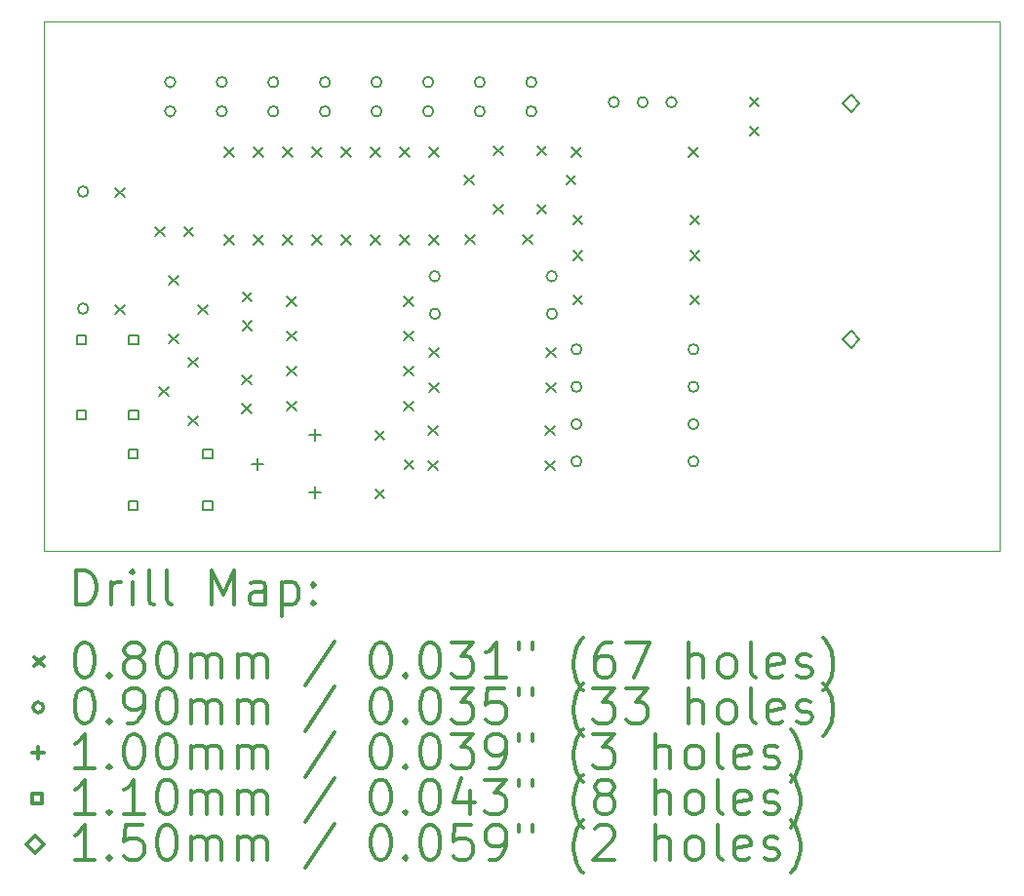
<source format=gbr>
%FSLAX45Y45*%
G04 Gerber Fmt 4.5, Leading zero omitted, Abs format (unit mm)*
G04 Created by KiCad (PCBNEW 5.1.4+dfsg1-1~bpo10+1) date 2023-05-09 01:13:12*
%MOMM*%
%LPD*%
G04 APERTURE LIST*
%ADD10C,0.050000*%
%ADD11C,0.200000*%
%ADD12C,0.300000*%
G04 APERTURE END LIST*
D10*
X18800000Y-11600000D02*
X18800000Y-7000000D01*
X10500000Y-11600000D02*
X18800000Y-11600000D01*
X10500000Y-7000000D02*
X10500000Y-11600000D01*
X18800000Y-7000000D02*
X10500000Y-7000000D01*
D11*
X11122000Y-8450000D02*
X11202000Y-8530000D01*
X11202000Y-8450000D02*
X11122000Y-8530000D01*
X11122000Y-9466000D02*
X11202000Y-9546000D01*
X11202000Y-9466000D02*
X11122000Y-9546000D01*
X13841000Y-10819000D02*
X13921000Y-10899000D01*
X13921000Y-10819000D02*
X13841000Y-10899000D01*
X14857000Y-10819000D02*
X14937000Y-10899000D01*
X14937000Y-10819000D02*
X14857000Y-10899000D01*
X13847000Y-10142000D02*
X13927000Y-10222000D01*
X13927000Y-10142000D02*
X13847000Y-10222000D01*
X14863000Y-10142000D02*
X14943000Y-10222000D01*
X14943000Y-10142000D02*
X14863000Y-10222000D01*
X14161000Y-8855000D02*
X14241000Y-8935000D01*
X14241000Y-8855000D02*
X14161000Y-8935000D01*
X14661000Y-8855000D02*
X14741000Y-8935000D01*
X14741000Y-8855000D02*
X14661000Y-8935000D01*
X14785000Y-8082000D02*
X14865000Y-8162000D01*
X14865000Y-8082000D02*
X14785000Y-8162000D01*
X14785000Y-8590000D02*
X14865000Y-8670000D01*
X14865000Y-8590000D02*
X14785000Y-8670000D01*
X15039000Y-8336000D02*
X15119000Y-8416000D01*
X15119000Y-8336000D02*
X15039000Y-8416000D01*
X15096000Y-8993000D02*
X15176000Y-9073000D01*
X15176000Y-8993000D02*
X15096000Y-9073000D01*
X16112000Y-8993000D02*
X16192000Y-9073000D01*
X16192000Y-8993000D02*
X16112000Y-9073000D01*
X12613000Y-9694667D02*
X12693000Y-9774667D01*
X12693000Y-9694667D02*
X12613000Y-9774667D01*
X13629000Y-9694667D02*
X13709000Y-9774667D01*
X13709000Y-9694667D02*
X13629000Y-9774667D01*
X12221000Y-10072000D02*
X12301000Y-10152000D01*
X12301000Y-10072000D02*
X12221000Y-10152000D01*
X12221000Y-10322000D02*
X12301000Y-10402000D01*
X12301000Y-10322000D02*
X12221000Y-10402000D01*
X11503000Y-10176000D02*
X11583000Y-10256000D01*
X11583000Y-10176000D02*
X11503000Y-10256000D01*
X11757000Y-9922000D02*
X11837000Y-10002000D01*
X11837000Y-9922000D02*
X11757000Y-10002000D01*
X11757000Y-10430000D02*
X11837000Y-10510000D01*
X11837000Y-10430000D02*
X11757000Y-10510000D01*
X15084000Y-8097000D02*
X15164000Y-8177000D01*
X15164000Y-8097000D02*
X15084000Y-8177000D01*
X16100000Y-8097000D02*
X16180000Y-8177000D01*
X16180000Y-8097000D02*
X16100000Y-8177000D01*
X13379000Y-10558000D02*
X13459000Y-10638000D01*
X13459000Y-10558000D02*
X13379000Y-10638000D01*
X13379000Y-11066000D02*
X13459000Y-11146000D01*
X13459000Y-11066000D02*
X13379000Y-11146000D01*
X13633000Y-10812000D02*
X13713000Y-10892000D01*
X13713000Y-10812000D02*
X13633000Y-10892000D01*
X15095000Y-9379000D02*
X15175000Y-9459000D01*
X15175000Y-9379000D02*
X15095000Y-9459000D01*
X16111000Y-9379000D02*
X16191000Y-9459000D01*
X16191000Y-9379000D02*
X16111000Y-9459000D01*
X14155000Y-8340000D02*
X14235000Y-8420000D01*
X14235000Y-8340000D02*
X14155000Y-8420000D01*
X14409000Y-8086000D02*
X14489000Y-8166000D01*
X14489000Y-8086000D02*
X14409000Y-8166000D01*
X14409000Y-8594000D02*
X14489000Y-8674000D01*
X14489000Y-8594000D02*
X14409000Y-8674000D01*
X11469000Y-8786000D02*
X11549000Y-8866000D01*
X11549000Y-8786000D02*
X11469000Y-8866000D01*
X11719000Y-8786000D02*
X11799000Y-8866000D01*
X11799000Y-8786000D02*
X11719000Y-8866000D01*
X12613000Y-9391000D02*
X12693000Y-9471000D01*
X12693000Y-9391000D02*
X12613000Y-9471000D01*
X13629000Y-9391000D02*
X13709000Y-9471000D01*
X13709000Y-9391000D02*
X13629000Y-9471000D01*
X11587000Y-9211000D02*
X11667000Y-9291000D01*
X11667000Y-9211000D02*
X11587000Y-9291000D01*
X11587000Y-9719000D02*
X11667000Y-9799000D01*
X11667000Y-9719000D02*
X11587000Y-9799000D01*
X11841000Y-9465000D02*
X11921000Y-9545000D01*
X11921000Y-9465000D02*
X11841000Y-9545000D01*
X13847000Y-9839000D02*
X13927000Y-9919000D01*
X13927000Y-9839000D02*
X13847000Y-9919000D01*
X14863000Y-9839000D02*
X14943000Y-9919000D01*
X14943000Y-9839000D02*
X14863000Y-9919000D01*
X16629000Y-7663000D02*
X16709000Y-7743000D01*
X16709000Y-7663000D02*
X16629000Y-7743000D01*
X16629000Y-7913000D02*
X16709000Y-7993000D01*
X16709000Y-7913000D02*
X16629000Y-7993000D01*
X12613000Y-9998333D02*
X12693000Y-10078333D01*
X12693000Y-9998333D02*
X12613000Y-10078333D01*
X13629000Y-9998333D02*
X13709000Y-10078333D01*
X13709000Y-9998333D02*
X13629000Y-10078333D01*
X13841000Y-10516000D02*
X13921000Y-10596000D01*
X13921000Y-10516000D02*
X13841000Y-10596000D01*
X14857000Y-10516000D02*
X14937000Y-10596000D01*
X14937000Y-10516000D02*
X14857000Y-10596000D01*
X12226000Y-9353000D02*
X12306000Y-9433000D01*
X12306000Y-9353000D02*
X12226000Y-9433000D01*
X12226000Y-9603000D02*
X12306000Y-9683000D01*
X12306000Y-9603000D02*
X12226000Y-9683000D01*
X15096000Y-8687000D02*
X15176000Y-8767000D01*
X15176000Y-8687000D02*
X15096000Y-8767000D01*
X16112000Y-8687000D02*
X16192000Y-8767000D01*
X16192000Y-8687000D02*
X16112000Y-8767000D01*
X12613000Y-10302000D02*
X12693000Y-10382000D01*
X12693000Y-10302000D02*
X12613000Y-10382000D01*
X13629000Y-10302000D02*
X13709000Y-10382000D01*
X13709000Y-10302000D02*
X13629000Y-10382000D01*
X12069000Y-8096000D02*
X12149000Y-8176000D01*
X12149000Y-8096000D02*
X12069000Y-8176000D01*
X12069000Y-8858000D02*
X12149000Y-8938000D01*
X12149000Y-8858000D02*
X12069000Y-8938000D01*
X12323000Y-8096000D02*
X12403000Y-8176000D01*
X12403000Y-8096000D02*
X12323000Y-8176000D01*
X12323000Y-8858000D02*
X12403000Y-8938000D01*
X12403000Y-8858000D02*
X12323000Y-8938000D01*
X12577000Y-8096000D02*
X12657000Y-8176000D01*
X12657000Y-8096000D02*
X12577000Y-8176000D01*
X12577000Y-8858000D02*
X12657000Y-8938000D01*
X12657000Y-8858000D02*
X12577000Y-8938000D01*
X12831000Y-8096000D02*
X12911000Y-8176000D01*
X12911000Y-8096000D02*
X12831000Y-8176000D01*
X12831000Y-8858000D02*
X12911000Y-8938000D01*
X12911000Y-8858000D02*
X12831000Y-8938000D01*
X13085000Y-8096000D02*
X13165000Y-8176000D01*
X13165000Y-8096000D02*
X13085000Y-8176000D01*
X13085000Y-8858000D02*
X13165000Y-8938000D01*
X13165000Y-8858000D02*
X13085000Y-8938000D01*
X13339000Y-8096000D02*
X13419000Y-8176000D01*
X13419000Y-8096000D02*
X13339000Y-8176000D01*
X13339000Y-8858000D02*
X13419000Y-8938000D01*
X13419000Y-8858000D02*
X13339000Y-8938000D01*
X13593000Y-8096000D02*
X13673000Y-8176000D01*
X13673000Y-8096000D02*
X13593000Y-8176000D01*
X13593000Y-8858000D02*
X13673000Y-8938000D01*
X13673000Y-8858000D02*
X13593000Y-8938000D01*
X13847000Y-8096000D02*
X13927000Y-8176000D01*
X13927000Y-8096000D02*
X13847000Y-8176000D01*
X13847000Y-8858000D02*
X13927000Y-8938000D01*
X13927000Y-8858000D02*
X13847000Y-8938000D01*
X13941000Y-9541000D02*
G75*
G03X13941000Y-9541000I-45000J0D01*
G01*
X14957000Y-9541000D02*
G75*
G03X14957000Y-9541000I-45000J0D01*
G01*
X13939000Y-9215000D02*
G75*
G03X13939000Y-9215000I-45000J0D01*
G01*
X14955000Y-9215000D02*
G75*
G03X14955000Y-9215000I-45000J0D01*
G01*
X15170000Y-10498667D02*
G75*
G03X15170000Y-10498667I-45000J0D01*
G01*
X16186000Y-10498667D02*
G75*
G03X16186000Y-10498667I-45000J0D01*
G01*
X12986572Y-7529000D02*
G75*
G03X12986572Y-7529000I-45000J0D01*
G01*
X12986572Y-7783000D02*
G75*
G03X12986572Y-7783000I-45000J0D01*
G01*
X15170000Y-10174333D02*
G75*
G03X15170000Y-10174333I-45000J0D01*
G01*
X16186000Y-10174333D02*
G75*
G03X16186000Y-10174333I-45000J0D01*
G01*
X11643000Y-7529000D02*
G75*
G03X11643000Y-7529000I-45000J0D01*
G01*
X11643000Y-7783000D02*
G75*
G03X11643000Y-7783000I-45000J0D01*
G01*
X12538714Y-7529000D02*
G75*
G03X12538714Y-7529000I-45000J0D01*
G01*
X12538714Y-7783000D02*
G75*
G03X12538714Y-7783000I-45000J0D01*
G01*
X10886000Y-8480000D02*
G75*
G03X10886000Y-8480000I-45000J0D01*
G01*
X10886000Y-9496000D02*
G75*
G03X10886000Y-9496000I-45000J0D01*
G01*
X14778000Y-7529000D02*
G75*
G03X14778000Y-7529000I-45000J0D01*
G01*
X14778000Y-7783000D02*
G75*
G03X14778000Y-7783000I-45000J0D01*
G01*
X15170000Y-9850000D02*
G75*
G03X15170000Y-9850000I-45000J0D01*
G01*
X16186000Y-9850000D02*
G75*
G03X16186000Y-9850000I-45000J0D01*
G01*
X13434429Y-7529000D02*
G75*
G03X13434429Y-7529000I-45000J0D01*
G01*
X13434429Y-7783000D02*
G75*
G03X13434429Y-7783000I-45000J0D01*
G01*
X12090857Y-7529000D02*
G75*
G03X12090857Y-7529000I-45000J0D01*
G01*
X12090857Y-7783000D02*
G75*
G03X12090857Y-7783000I-45000J0D01*
G01*
X15170000Y-10823000D02*
G75*
G03X15170000Y-10823000I-45000J0D01*
G01*
X16186000Y-10823000D02*
G75*
G03X16186000Y-10823000I-45000J0D01*
G01*
X15495000Y-7703000D02*
G75*
G03X15495000Y-7703000I-45000J0D01*
G01*
X15745000Y-7703000D02*
G75*
G03X15745000Y-7703000I-45000J0D01*
G01*
X15995000Y-7703000D02*
G75*
G03X15995000Y-7703000I-45000J0D01*
G01*
X14330143Y-7529000D02*
G75*
G03X14330143Y-7529000I-45000J0D01*
G01*
X14330143Y-7783000D02*
G75*
G03X14330143Y-7783000I-45000J0D01*
G01*
X13882286Y-7529000D02*
G75*
G03X13882286Y-7529000I-45000J0D01*
G01*
X13882286Y-7783000D02*
G75*
G03X13882286Y-7783000I-45000J0D01*
G01*
X12358000Y-10794000D02*
X12358000Y-10894000D01*
X12308000Y-10844000D02*
X12408000Y-10844000D01*
X12858000Y-10544000D02*
X12858000Y-10644000D01*
X12808000Y-10594000D02*
X12908000Y-10594000D01*
X12858000Y-11044000D02*
X12858000Y-11144000D01*
X12808000Y-11094000D02*
X12908000Y-11094000D01*
X11312891Y-10797891D02*
X11312891Y-10720109D01*
X11235109Y-10720109D01*
X11235109Y-10797891D01*
X11312891Y-10797891D01*
X11312891Y-11247891D02*
X11312891Y-11170109D01*
X11235109Y-11170109D01*
X11235109Y-11247891D01*
X11312891Y-11247891D01*
X11962891Y-10797891D02*
X11962891Y-10720109D01*
X11885109Y-10720109D01*
X11885109Y-10797891D01*
X11962891Y-10797891D01*
X11962891Y-11247891D02*
X11962891Y-11170109D01*
X11885109Y-11170109D01*
X11885109Y-11247891D01*
X11962891Y-11247891D01*
X10869891Y-9808891D02*
X10869891Y-9731109D01*
X10792109Y-9731109D01*
X10792109Y-9808891D01*
X10869891Y-9808891D01*
X10869891Y-10458891D02*
X10869891Y-10381109D01*
X10792109Y-10381109D01*
X10792109Y-10458891D01*
X10869891Y-10458891D01*
X11319891Y-9808891D02*
X11319891Y-9731109D01*
X11242109Y-9731109D01*
X11242109Y-9808891D01*
X11319891Y-9808891D01*
X11319891Y-10458891D02*
X11319891Y-10381109D01*
X11242109Y-10381109D01*
X11242109Y-10458891D01*
X11319891Y-10458891D01*
X17509017Y-7787500D02*
X17584017Y-7712500D01*
X17509017Y-7637500D01*
X17434017Y-7712500D01*
X17509017Y-7787500D01*
X17509017Y-9836500D02*
X17584017Y-9761500D01*
X17509017Y-9686500D01*
X17434017Y-9761500D01*
X17509017Y-9836500D01*
D12*
X10783928Y-12068214D02*
X10783928Y-11768214D01*
X10855357Y-11768214D01*
X10898214Y-11782500D01*
X10926786Y-11811071D01*
X10941071Y-11839643D01*
X10955357Y-11896786D01*
X10955357Y-11939643D01*
X10941071Y-11996786D01*
X10926786Y-12025357D01*
X10898214Y-12053929D01*
X10855357Y-12068214D01*
X10783928Y-12068214D01*
X11083928Y-12068214D02*
X11083928Y-11868214D01*
X11083928Y-11925357D02*
X11098214Y-11896786D01*
X11112500Y-11882500D01*
X11141071Y-11868214D01*
X11169643Y-11868214D01*
X11269643Y-12068214D02*
X11269643Y-11868214D01*
X11269643Y-11768214D02*
X11255357Y-11782500D01*
X11269643Y-11796786D01*
X11283928Y-11782500D01*
X11269643Y-11768214D01*
X11269643Y-11796786D01*
X11455357Y-12068214D02*
X11426786Y-12053929D01*
X11412500Y-12025357D01*
X11412500Y-11768214D01*
X11612500Y-12068214D02*
X11583928Y-12053929D01*
X11569643Y-12025357D01*
X11569643Y-11768214D01*
X11955357Y-12068214D02*
X11955357Y-11768214D01*
X12055357Y-11982500D01*
X12155357Y-11768214D01*
X12155357Y-12068214D01*
X12426786Y-12068214D02*
X12426786Y-11911071D01*
X12412500Y-11882500D01*
X12383928Y-11868214D01*
X12326786Y-11868214D01*
X12298214Y-11882500D01*
X12426786Y-12053929D02*
X12398214Y-12068214D01*
X12326786Y-12068214D01*
X12298214Y-12053929D01*
X12283928Y-12025357D01*
X12283928Y-11996786D01*
X12298214Y-11968214D01*
X12326786Y-11953929D01*
X12398214Y-11953929D01*
X12426786Y-11939643D01*
X12569643Y-11868214D02*
X12569643Y-12168214D01*
X12569643Y-11882500D02*
X12598214Y-11868214D01*
X12655357Y-11868214D01*
X12683928Y-11882500D01*
X12698214Y-11896786D01*
X12712500Y-11925357D01*
X12712500Y-12011071D01*
X12698214Y-12039643D01*
X12683928Y-12053929D01*
X12655357Y-12068214D01*
X12598214Y-12068214D01*
X12569643Y-12053929D01*
X12841071Y-12039643D02*
X12855357Y-12053929D01*
X12841071Y-12068214D01*
X12826786Y-12053929D01*
X12841071Y-12039643D01*
X12841071Y-12068214D01*
X12841071Y-11882500D02*
X12855357Y-11896786D01*
X12841071Y-11911071D01*
X12826786Y-11896786D01*
X12841071Y-11882500D01*
X12841071Y-11911071D01*
X10417500Y-12522500D02*
X10497500Y-12602500D01*
X10497500Y-12522500D02*
X10417500Y-12602500D01*
X10841071Y-12398214D02*
X10869643Y-12398214D01*
X10898214Y-12412500D01*
X10912500Y-12426786D01*
X10926786Y-12455357D01*
X10941071Y-12512500D01*
X10941071Y-12583929D01*
X10926786Y-12641071D01*
X10912500Y-12669643D01*
X10898214Y-12683929D01*
X10869643Y-12698214D01*
X10841071Y-12698214D01*
X10812500Y-12683929D01*
X10798214Y-12669643D01*
X10783928Y-12641071D01*
X10769643Y-12583929D01*
X10769643Y-12512500D01*
X10783928Y-12455357D01*
X10798214Y-12426786D01*
X10812500Y-12412500D01*
X10841071Y-12398214D01*
X11069643Y-12669643D02*
X11083928Y-12683929D01*
X11069643Y-12698214D01*
X11055357Y-12683929D01*
X11069643Y-12669643D01*
X11069643Y-12698214D01*
X11255357Y-12526786D02*
X11226786Y-12512500D01*
X11212500Y-12498214D01*
X11198214Y-12469643D01*
X11198214Y-12455357D01*
X11212500Y-12426786D01*
X11226786Y-12412500D01*
X11255357Y-12398214D01*
X11312500Y-12398214D01*
X11341071Y-12412500D01*
X11355357Y-12426786D01*
X11369643Y-12455357D01*
X11369643Y-12469643D01*
X11355357Y-12498214D01*
X11341071Y-12512500D01*
X11312500Y-12526786D01*
X11255357Y-12526786D01*
X11226786Y-12541071D01*
X11212500Y-12555357D01*
X11198214Y-12583929D01*
X11198214Y-12641071D01*
X11212500Y-12669643D01*
X11226786Y-12683929D01*
X11255357Y-12698214D01*
X11312500Y-12698214D01*
X11341071Y-12683929D01*
X11355357Y-12669643D01*
X11369643Y-12641071D01*
X11369643Y-12583929D01*
X11355357Y-12555357D01*
X11341071Y-12541071D01*
X11312500Y-12526786D01*
X11555357Y-12398214D02*
X11583928Y-12398214D01*
X11612500Y-12412500D01*
X11626786Y-12426786D01*
X11641071Y-12455357D01*
X11655357Y-12512500D01*
X11655357Y-12583929D01*
X11641071Y-12641071D01*
X11626786Y-12669643D01*
X11612500Y-12683929D01*
X11583928Y-12698214D01*
X11555357Y-12698214D01*
X11526786Y-12683929D01*
X11512500Y-12669643D01*
X11498214Y-12641071D01*
X11483928Y-12583929D01*
X11483928Y-12512500D01*
X11498214Y-12455357D01*
X11512500Y-12426786D01*
X11526786Y-12412500D01*
X11555357Y-12398214D01*
X11783928Y-12698214D02*
X11783928Y-12498214D01*
X11783928Y-12526786D02*
X11798214Y-12512500D01*
X11826786Y-12498214D01*
X11869643Y-12498214D01*
X11898214Y-12512500D01*
X11912500Y-12541071D01*
X11912500Y-12698214D01*
X11912500Y-12541071D02*
X11926786Y-12512500D01*
X11955357Y-12498214D01*
X11998214Y-12498214D01*
X12026786Y-12512500D01*
X12041071Y-12541071D01*
X12041071Y-12698214D01*
X12183928Y-12698214D02*
X12183928Y-12498214D01*
X12183928Y-12526786D02*
X12198214Y-12512500D01*
X12226786Y-12498214D01*
X12269643Y-12498214D01*
X12298214Y-12512500D01*
X12312500Y-12541071D01*
X12312500Y-12698214D01*
X12312500Y-12541071D02*
X12326786Y-12512500D01*
X12355357Y-12498214D01*
X12398214Y-12498214D01*
X12426786Y-12512500D01*
X12441071Y-12541071D01*
X12441071Y-12698214D01*
X13026786Y-12383929D02*
X12769643Y-12769643D01*
X13412500Y-12398214D02*
X13441071Y-12398214D01*
X13469643Y-12412500D01*
X13483928Y-12426786D01*
X13498214Y-12455357D01*
X13512500Y-12512500D01*
X13512500Y-12583929D01*
X13498214Y-12641071D01*
X13483928Y-12669643D01*
X13469643Y-12683929D01*
X13441071Y-12698214D01*
X13412500Y-12698214D01*
X13383928Y-12683929D01*
X13369643Y-12669643D01*
X13355357Y-12641071D01*
X13341071Y-12583929D01*
X13341071Y-12512500D01*
X13355357Y-12455357D01*
X13369643Y-12426786D01*
X13383928Y-12412500D01*
X13412500Y-12398214D01*
X13641071Y-12669643D02*
X13655357Y-12683929D01*
X13641071Y-12698214D01*
X13626786Y-12683929D01*
X13641071Y-12669643D01*
X13641071Y-12698214D01*
X13841071Y-12398214D02*
X13869643Y-12398214D01*
X13898214Y-12412500D01*
X13912500Y-12426786D01*
X13926786Y-12455357D01*
X13941071Y-12512500D01*
X13941071Y-12583929D01*
X13926786Y-12641071D01*
X13912500Y-12669643D01*
X13898214Y-12683929D01*
X13869643Y-12698214D01*
X13841071Y-12698214D01*
X13812500Y-12683929D01*
X13798214Y-12669643D01*
X13783928Y-12641071D01*
X13769643Y-12583929D01*
X13769643Y-12512500D01*
X13783928Y-12455357D01*
X13798214Y-12426786D01*
X13812500Y-12412500D01*
X13841071Y-12398214D01*
X14041071Y-12398214D02*
X14226786Y-12398214D01*
X14126786Y-12512500D01*
X14169643Y-12512500D01*
X14198214Y-12526786D01*
X14212500Y-12541071D01*
X14226786Y-12569643D01*
X14226786Y-12641071D01*
X14212500Y-12669643D01*
X14198214Y-12683929D01*
X14169643Y-12698214D01*
X14083928Y-12698214D01*
X14055357Y-12683929D01*
X14041071Y-12669643D01*
X14512500Y-12698214D02*
X14341071Y-12698214D01*
X14426786Y-12698214D02*
X14426786Y-12398214D01*
X14398214Y-12441071D01*
X14369643Y-12469643D01*
X14341071Y-12483929D01*
X14626786Y-12398214D02*
X14626786Y-12455357D01*
X14741071Y-12398214D02*
X14741071Y-12455357D01*
X15183928Y-12812500D02*
X15169643Y-12798214D01*
X15141071Y-12755357D01*
X15126786Y-12726786D01*
X15112500Y-12683929D01*
X15098214Y-12612500D01*
X15098214Y-12555357D01*
X15112500Y-12483929D01*
X15126786Y-12441071D01*
X15141071Y-12412500D01*
X15169643Y-12369643D01*
X15183928Y-12355357D01*
X15426786Y-12398214D02*
X15369643Y-12398214D01*
X15341071Y-12412500D01*
X15326786Y-12426786D01*
X15298214Y-12469643D01*
X15283928Y-12526786D01*
X15283928Y-12641071D01*
X15298214Y-12669643D01*
X15312500Y-12683929D01*
X15341071Y-12698214D01*
X15398214Y-12698214D01*
X15426786Y-12683929D01*
X15441071Y-12669643D01*
X15455357Y-12641071D01*
X15455357Y-12569643D01*
X15441071Y-12541071D01*
X15426786Y-12526786D01*
X15398214Y-12512500D01*
X15341071Y-12512500D01*
X15312500Y-12526786D01*
X15298214Y-12541071D01*
X15283928Y-12569643D01*
X15555357Y-12398214D02*
X15755357Y-12398214D01*
X15626786Y-12698214D01*
X16098214Y-12698214D02*
X16098214Y-12398214D01*
X16226786Y-12698214D02*
X16226786Y-12541071D01*
X16212500Y-12512500D01*
X16183928Y-12498214D01*
X16141071Y-12498214D01*
X16112500Y-12512500D01*
X16098214Y-12526786D01*
X16412500Y-12698214D02*
X16383928Y-12683929D01*
X16369643Y-12669643D01*
X16355357Y-12641071D01*
X16355357Y-12555357D01*
X16369643Y-12526786D01*
X16383928Y-12512500D01*
X16412500Y-12498214D01*
X16455357Y-12498214D01*
X16483928Y-12512500D01*
X16498214Y-12526786D01*
X16512500Y-12555357D01*
X16512500Y-12641071D01*
X16498214Y-12669643D01*
X16483928Y-12683929D01*
X16455357Y-12698214D01*
X16412500Y-12698214D01*
X16683928Y-12698214D02*
X16655357Y-12683929D01*
X16641071Y-12655357D01*
X16641071Y-12398214D01*
X16912500Y-12683929D02*
X16883928Y-12698214D01*
X16826786Y-12698214D01*
X16798214Y-12683929D01*
X16783928Y-12655357D01*
X16783928Y-12541071D01*
X16798214Y-12512500D01*
X16826786Y-12498214D01*
X16883928Y-12498214D01*
X16912500Y-12512500D01*
X16926786Y-12541071D01*
X16926786Y-12569643D01*
X16783928Y-12598214D01*
X17041071Y-12683929D02*
X17069643Y-12698214D01*
X17126786Y-12698214D01*
X17155357Y-12683929D01*
X17169643Y-12655357D01*
X17169643Y-12641071D01*
X17155357Y-12612500D01*
X17126786Y-12598214D01*
X17083928Y-12598214D01*
X17055357Y-12583929D01*
X17041071Y-12555357D01*
X17041071Y-12541071D01*
X17055357Y-12512500D01*
X17083928Y-12498214D01*
X17126786Y-12498214D01*
X17155357Y-12512500D01*
X17269643Y-12812500D02*
X17283928Y-12798214D01*
X17312500Y-12755357D01*
X17326786Y-12726786D01*
X17341071Y-12683929D01*
X17355357Y-12612500D01*
X17355357Y-12555357D01*
X17341071Y-12483929D01*
X17326786Y-12441071D01*
X17312500Y-12412500D01*
X17283928Y-12369643D01*
X17269643Y-12355357D01*
X10497500Y-12958500D02*
G75*
G03X10497500Y-12958500I-45000J0D01*
G01*
X10841071Y-12794214D02*
X10869643Y-12794214D01*
X10898214Y-12808500D01*
X10912500Y-12822786D01*
X10926786Y-12851357D01*
X10941071Y-12908500D01*
X10941071Y-12979929D01*
X10926786Y-13037071D01*
X10912500Y-13065643D01*
X10898214Y-13079929D01*
X10869643Y-13094214D01*
X10841071Y-13094214D01*
X10812500Y-13079929D01*
X10798214Y-13065643D01*
X10783928Y-13037071D01*
X10769643Y-12979929D01*
X10769643Y-12908500D01*
X10783928Y-12851357D01*
X10798214Y-12822786D01*
X10812500Y-12808500D01*
X10841071Y-12794214D01*
X11069643Y-13065643D02*
X11083928Y-13079929D01*
X11069643Y-13094214D01*
X11055357Y-13079929D01*
X11069643Y-13065643D01*
X11069643Y-13094214D01*
X11226786Y-13094214D02*
X11283928Y-13094214D01*
X11312500Y-13079929D01*
X11326786Y-13065643D01*
X11355357Y-13022786D01*
X11369643Y-12965643D01*
X11369643Y-12851357D01*
X11355357Y-12822786D01*
X11341071Y-12808500D01*
X11312500Y-12794214D01*
X11255357Y-12794214D01*
X11226786Y-12808500D01*
X11212500Y-12822786D01*
X11198214Y-12851357D01*
X11198214Y-12922786D01*
X11212500Y-12951357D01*
X11226786Y-12965643D01*
X11255357Y-12979929D01*
X11312500Y-12979929D01*
X11341071Y-12965643D01*
X11355357Y-12951357D01*
X11369643Y-12922786D01*
X11555357Y-12794214D02*
X11583928Y-12794214D01*
X11612500Y-12808500D01*
X11626786Y-12822786D01*
X11641071Y-12851357D01*
X11655357Y-12908500D01*
X11655357Y-12979929D01*
X11641071Y-13037071D01*
X11626786Y-13065643D01*
X11612500Y-13079929D01*
X11583928Y-13094214D01*
X11555357Y-13094214D01*
X11526786Y-13079929D01*
X11512500Y-13065643D01*
X11498214Y-13037071D01*
X11483928Y-12979929D01*
X11483928Y-12908500D01*
X11498214Y-12851357D01*
X11512500Y-12822786D01*
X11526786Y-12808500D01*
X11555357Y-12794214D01*
X11783928Y-13094214D02*
X11783928Y-12894214D01*
X11783928Y-12922786D02*
X11798214Y-12908500D01*
X11826786Y-12894214D01*
X11869643Y-12894214D01*
X11898214Y-12908500D01*
X11912500Y-12937071D01*
X11912500Y-13094214D01*
X11912500Y-12937071D02*
X11926786Y-12908500D01*
X11955357Y-12894214D01*
X11998214Y-12894214D01*
X12026786Y-12908500D01*
X12041071Y-12937071D01*
X12041071Y-13094214D01*
X12183928Y-13094214D02*
X12183928Y-12894214D01*
X12183928Y-12922786D02*
X12198214Y-12908500D01*
X12226786Y-12894214D01*
X12269643Y-12894214D01*
X12298214Y-12908500D01*
X12312500Y-12937071D01*
X12312500Y-13094214D01*
X12312500Y-12937071D02*
X12326786Y-12908500D01*
X12355357Y-12894214D01*
X12398214Y-12894214D01*
X12426786Y-12908500D01*
X12441071Y-12937071D01*
X12441071Y-13094214D01*
X13026786Y-12779929D02*
X12769643Y-13165643D01*
X13412500Y-12794214D02*
X13441071Y-12794214D01*
X13469643Y-12808500D01*
X13483928Y-12822786D01*
X13498214Y-12851357D01*
X13512500Y-12908500D01*
X13512500Y-12979929D01*
X13498214Y-13037071D01*
X13483928Y-13065643D01*
X13469643Y-13079929D01*
X13441071Y-13094214D01*
X13412500Y-13094214D01*
X13383928Y-13079929D01*
X13369643Y-13065643D01*
X13355357Y-13037071D01*
X13341071Y-12979929D01*
X13341071Y-12908500D01*
X13355357Y-12851357D01*
X13369643Y-12822786D01*
X13383928Y-12808500D01*
X13412500Y-12794214D01*
X13641071Y-13065643D02*
X13655357Y-13079929D01*
X13641071Y-13094214D01*
X13626786Y-13079929D01*
X13641071Y-13065643D01*
X13641071Y-13094214D01*
X13841071Y-12794214D02*
X13869643Y-12794214D01*
X13898214Y-12808500D01*
X13912500Y-12822786D01*
X13926786Y-12851357D01*
X13941071Y-12908500D01*
X13941071Y-12979929D01*
X13926786Y-13037071D01*
X13912500Y-13065643D01*
X13898214Y-13079929D01*
X13869643Y-13094214D01*
X13841071Y-13094214D01*
X13812500Y-13079929D01*
X13798214Y-13065643D01*
X13783928Y-13037071D01*
X13769643Y-12979929D01*
X13769643Y-12908500D01*
X13783928Y-12851357D01*
X13798214Y-12822786D01*
X13812500Y-12808500D01*
X13841071Y-12794214D01*
X14041071Y-12794214D02*
X14226786Y-12794214D01*
X14126786Y-12908500D01*
X14169643Y-12908500D01*
X14198214Y-12922786D01*
X14212500Y-12937071D01*
X14226786Y-12965643D01*
X14226786Y-13037071D01*
X14212500Y-13065643D01*
X14198214Y-13079929D01*
X14169643Y-13094214D01*
X14083928Y-13094214D01*
X14055357Y-13079929D01*
X14041071Y-13065643D01*
X14498214Y-12794214D02*
X14355357Y-12794214D01*
X14341071Y-12937071D01*
X14355357Y-12922786D01*
X14383928Y-12908500D01*
X14455357Y-12908500D01*
X14483928Y-12922786D01*
X14498214Y-12937071D01*
X14512500Y-12965643D01*
X14512500Y-13037071D01*
X14498214Y-13065643D01*
X14483928Y-13079929D01*
X14455357Y-13094214D01*
X14383928Y-13094214D01*
X14355357Y-13079929D01*
X14341071Y-13065643D01*
X14626786Y-12794214D02*
X14626786Y-12851357D01*
X14741071Y-12794214D02*
X14741071Y-12851357D01*
X15183928Y-13208500D02*
X15169643Y-13194214D01*
X15141071Y-13151357D01*
X15126786Y-13122786D01*
X15112500Y-13079929D01*
X15098214Y-13008500D01*
X15098214Y-12951357D01*
X15112500Y-12879929D01*
X15126786Y-12837071D01*
X15141071Y-12808500D01*
X15169643Y-12765643D01*
X15183928Y-12751357D01*
X15269643Y-12794214D02*
X15455357Y-12794214D01*
X15355357Y-12908500D01*
X15398214Y-12908500D01*
X15426786Y-12922786D01*
X15441071Y-12937071D01*
X15455357Y-12965643D01*
X15455357Y-13037071D01*
X15441071Y-13065643D01*
X15426786Y-13079929D01*
X15398214Y-13094214D01*
X15312500Y-13094214D01*
X15283928Y-13079929D01*
X15269643Y-13065643D01*
X15555357Y-12794214D02*
X15741071Y-12794214D01*
X15641071Y-12908500D01*
X15683928Y-12908500D01*
X15712500Y-12922786D01*
X15726786Y-12937071D01*
X15741071Y-12965643D01*
X15741071Y-13037071D01*
X15726786Y-13065643D01*
X15712500Y-13079929D01*
X15683928Y-13094214D01*
X15598214Y-13094214D01*
X15569643Y-13079929D01*
X15555357Y-13065643D01*
X16098214Y-13094214D02*
X16098214Y-12794214D01*
X16226786Y-13094214D02*
X16226786Y-12937071D01*
X16212500Y-12908500D01*
X16183928Y-12894214D01*
X16141071Y-12894214D01*
X16112500Y-12908500D01*
X16098214Y-12922786D01*
X16412500Y-13094214D02*
X16383928Y-13079929D01*
X16369643Y-13065643D01*
X16355357Y-13037071D01*
X16355357Y-12951357D01*
X16369643Y-12922786D01*
X16383928Y-12908500D01*
X16412500Y-12894214D01*
X16455357Y-12894214D01*
X16483928Y-12908500D01*
X16498214Y-12922786D01*
X16512500Y-12951357D01*
X16512500Y-13037071D01*
X16498214Y-13065643D01*
X16483928Y-13079929D01*
X16455357Y-13094214D01*
X16412500Y-13094214D01*
X16683928Y-13094214D02*
X16655357Y-13079929D01*
X16641071Y-13051357D01*
X16641071Y-12794214D01*
X16912500Y-13079929D02*
X16883928Y-13094214D01*
X16826786Y-13094214D01*
X16798214Y-13079929D01*
X16783928Y-13051357D01*
X16783928Y-12937071D01*
X16798214Y-12908500D01*
X16826786Y-12894214D01*
X16883928Y-12894214D01*
X16912500Y-12908500D01*
X16926786Y-12937071D01*
X16926786Y-12965643D01*
X16783928Y-12994214D01*
X17041071Y-13079929D02*
X17069643Y-13094214D01*
X17126786Y-13094214D01*
X17155357Y-13079929D01*
X17169643Y-13051357D01*
X17169643Y-13037071D01*
X17155357Y-13008500D01*
X17126786Y-12994214D01*
X17083928Y-12994214D01*
X17055357Y-12979929D01*
X17041071Y-12951357D01*
X17041071Y-12937071D01*
X17055357Y-12908500D01*
X17083928Y-12894214D01*
X17126786Y-12894214D01*
X17155357Y-12908500D01*
X17269643Y-13208500D02*
X17283928Y-13194214D01*
X17312500Y-13151357D01*
X17326786Y-13122786D01*
X17341071Y-13079929D01*
X17355357Y-13008500D01*
X17355357Y-12951357D01*
X17341071Y-12879929D01*
X17326786Y-12837071D01*
X17312500Y-12808500D01*
X17283928Y-12765643D01*
X17269643Y-12751357D01*
X10447500Y-13304500D02*
X10447500Y-13404500D01*
X10397500Y-13354500D02*
X10497500Y-13354500D01*
X10941071Y-13490214D02*
X10769643Y-13490214D01*
X10855357Y-13490214D02*
X10855357Y-13190214D01*
X10826786Y-13233071D01*
X10798214Y-13261643D01*
X10769643Y-13275929D01*
X11069643Y-13461643D02*
X11083928Y-13475929D01*
X11069643Y-13490214D01*
X11055357Y-13475929D01*
X11069643Y-13461643D01*
X11069643Y-13490214D01*
X11269643Y-13190214D02*
X11298214Y-13190214D01*
X11326786Y-13204500D01*
X11341071Y-13218786D01*
X11355357Y-13247357D01*
X11369643Y-13304500D01*
X11369643Y-13375929D01*
X11355357Y-13433071D01*
X11341071Y-13461643D01*
X11326786Y-13475929D01*
X11298214Y-13490214D01*
X11269643Y-13490214D01*
X11241071Y-13475929D01*
X11226786Y-13461643D01*
X11212500Y-13433071D01*
X11198214Y-13375929D01*
X11198214Y-13304500D01*
X11212500Y-13247357D01*
X11226786Y-13218786D01*
X11241071Y-13204500D01*
X11269643Y-13190214D01*
X11555357Y-13190214D02*
X11583928Y-13190214D01*
X11612500Y-13204500D01*
X11626786Y-13218786D01*
X11641071Y-13247357D01*
X11655357Y-13304500D01*
X11655357Y-13375929D01*
X11641071Y-13433071D01*
X11626786Y-13461643D01*
X11612500Y-13475929D01*
X11583928Y-13490214D01*
X11555357Y-13490214D01*
X11526786Y-13475929D01*
X11512500Y-13461643D01*
X11498214Y-13433071D01*
X11483928Y-13375929D01*
X11483928Y-13304500D01*
X11498214Y-13247357D01*
X11512500Y-13218786D01*
X11526786Y-13204500D01*
X11555357Y-13190214D01*
X11783928Y-13490214D02*
X11783928Y-13290214D01*
X11783928Y-13318786D02*
X11798214Y-13304500D01*
X11826786Y-13290214D01*
X11869643Y-13290214D01*
X11898214Y-13304500D01*
X11912500Y-13333071D01*
X11912500Y-13490214D01*
X11912500Y-13333071D02*
X11926786Y-13304500D01*
X11955357Y-13290214D01*
X11998214Y-13290214D01*
X12026786Y-13304500D01*
X12041071Y-13333071D01*
X12041071Y-13490214D01*
X12183928Y-13490214D02*
X12183928Y-13290214D01*
X12183928Y-13318786D02*
X12198214Y-13304500D01*
X12226786Y-13290214D01*
X12269643Y-13290214D01*
X12298214Y-13304500D01*
X12312500Y-13333071D01*
X12312500Y-13490214D01*
X12312500Y-13333071D02*
X12326786Y-13304500D01*
X12355357Y-13290214D01*
X12398214Y-13290214D01*
X12426786Y-13304500D01*
X12441071Y-13333071D01*
X12441071Y-13490214D01*
X13026786Y-13175929D02*
X12769643Y-13561643D01*
X13412500Y-13190214D02*
X13441071Y-13190214D01*
X13469643Y-13204500D01*
X13483928Y-13218786D01*
X13498214Y-13247357D01*
X13512500Y-13304500D01*
X13512500Y-13375929D01*
X13498214Y-13433071D01*
X13483928Y-13461643D01*
X13469643Y-13475929D01*
X13441071Y-13490214D01*
X13412500Y-13490214D01*
X13383928Y-13475929D01*
X13369643Y-13461643D01*
X13355357Y-13433071D01*
X13341071Y-13375929D01*
X13341071Y-13304500D01*
X13355357Y-13247357D01*
X13369643Y-13218786D01*
X13383928Y-13204500D01*
X13412500Y-13190214D01*
X13641071Y-13461643D02*
X13655357Y-13475929D01*
X13641071Y-13490214D01*
X13626786Y-13475929D01*
X13641071Y-13461643D01*
X13641071Y-13490214D01*
X13841071Y-13190214D02*
X13869643Y-13190214D01*
X13898214Y-13204500D01*
X13912500Y-13218786D01*
X13926786Y-13247357D01*
X13941071Y-13304500D01*
X13941071Y-13375929D01*
X13926786Y-13433071D01*
X13912500Y-13461643D01*
X13898214Y-13475929D01*
X13869643Y-13490214D01*
X13841071Y-13490214D01*
X13812500Y-13475929D01*
X13798214Y-13461643D01*
X13783928Y-13433071D01*
X13769643Y-13375929D01*
X13769643Y-13304500D01*
X13783928Y-13247357D01*
X13798214Y-13218786D01*
X13812500Y-13204500D01*
X13841071Y-13190214D01*
X14041071Y-13190214D02*
X14226786Y-13190214D01*
X14126786Y-13304500D01*
X14169643Y-13304500D01*
X14198214Y-13318786D01*
X14212500Y-13333071D01*
X14226786Y-13361643D01*
X14226786Y-13433071D01*
X14212500Y-13461643D01*
X14198214Y-13475929D01*
X14169643Y-13490214D01*
X14083928Y-13490214D01*
X14055357Y-13475929D01*
X14041071Y-13461643D01*
X14369643Y-13490214D02*
X14426786Y-13490214D01*
X14455357Y-13475929D01*
X14469643Y-13461643D01*
X14498214Y-13418786D01*
X14512500Y-13361643D01*
X14512500Y-13247357D01*
X14498214Y-13218786D01*
X14483928Y-13204500D01*
X14455357Y-13190214D01*
X14398214Y-13190214D01*
X14369643Y-13204500D01*
X14355357Y-13218786D01*
X14341071Y-13247357D01*
X14341071Y-13318786D01*
X14355357Y-13347357D01*
X14369643Y-13361643D01*
X14398214Y-13375929D01*
X14455357Y-13375929D01*
X14483928Y-13361643D01*
X14498214Y-13347357D01*
X14512500Y-13318786D01*
X14626786Y-13190214D02*
X14626786Y-13247357D01*
X14741071Y-13190214D02*
X14741071Y-13247357D01*
X15183928Y-13604500D02*
X15169643Y-13590214D01*
X15141071Y-13547357D01*
X15126786Y-13518786D01*
X15112500Y-13475929D01*
X15098214Y-13404500D01*
X15098214Y-13347357D01*
X15112500Y-13275929D01*
X15126786Y-13233071D01*
X15141071Y-13204500D01*
X15169643Y-13161643D01*
X15183928Y-13147357D01*
X15269643Y-13190214D02*
X15455357Y-13190214D01*
X15355357Y-13304500D01*
X15398214Y-13304500D01*
X15426786Y-13318786D01*
X15441071Y-13333071D01*
X15455357Y-13361643D01*
X15455357Y-13433071D01*
X15441071Y-13461643D01*
X15426786Y-13475929D01*
X15398214Y-13490214D01*
X15312500Y-13490214D01*
X15283928Y-13475929D01*
X15269643Y-13461643D01*
X15812500Y-13490214D02*
X15812500Y-13190214D01*
X15941071Y-13490214D02*
X15941071Y-13333071D01*
X15926786Y-13304500D01*
X15898214Y-13290214D01*
X15855357Y-13290214D01*
X15826786Y-13304500D01*
X15812500Y-13318786D01*
X16126786Y-13490214D02*
X16098214Y-13475929D01*
X16083928Y-13461643D01*
X16069643Y-13433071D01*
X16069643Y-13347357D01*
X16083928Y-13318786D01*
X16098214Y-13304500D01*
X16126786Y-13290214D01*
X16169643Y-13290214D01*
X16198214Y-13304500D01*
X16212500Y-13318786D01*
X16226786Y-13347357D01*
X16226786Y-13433071D01*
X16212500Y-13461643D01*
X16198214Y-13475929D01*
X16169643Y-13490214D01*
X16126786Y-13490214D01*
X16398214Y-13490214D02*
X16369643Y-13475929D01*
X16355357Y-13447357D01*
X16355357Y-13190214D01*
X16626786Y-13475929D02*
X16598214Y-13490214D01*
X16541071Y-13490214D01*
X16512500Y-13475929D01*
X16498214Y-13447357D01*
X16498214Y-13333071D01*
X16512500Y-13304500D01*
X16541071Y-13290214D01*
X16598214Y-13290214D01*
X16626786Y-13304500D01*
X16641071Y-13333071D01*
X16641071Y-13361643D01*
X16498214Y-13390214D01*
X16755357Y-13475929D02*
X16783928Y-13490214D01*
X16841071Y-13490214D01*
X16869643Y-13475929D01*
X16883928Y-13447357D01*
X16883928Y-13433071D01*
X16869643Y-13404500D01*
X16841071Y-13390214D01*
X16798214Y-13390214D01*
X16769643Y-13375929D01*
X16755357Y-13347357D01*
X16755357Y-13333071D01*
X16769643Y-13304500D01*
X16798214Y-13290214D01*
X16841071Y-13290214D01*
X16869643Y-13304500D01*
X16983928Y-13604500D02*
X16998214Y-13590214D01*
X17026786Y-13547357D01*
X17041071Y-13518786D01*
X17055357Y-13475929D01*
X17069643Y-13404500D01*
X17069643Y-13347357D01*
X17055357Y-13275929D01*
X17041071Y-13233071D01*
X17026786Y-13204500D01*
X16998214Y-13161643D01*
X16983928Y-13147357D01*
X10481391Y-13789391D02*
X10481391Y-13711609D01*
X10403609Y-13711609D01*
X10403609Y-13789391D01*
X10481391Y-13789391D01*
X10941071Y-13886214D02*
X10769643Y-13886214D01*
X10855357Y-13886214D02*
X10855357Y-13586214D01*
X10826786Y-13629071D01*
X10798214Y-13657643D01*
X10769643Y-13671929D01*
X11069643Y-13857643D02*
X11083928Y-13871929D01*
X11069643Y-13886214D01*
X11055357Y-13871929D01*
X11069643Y-13857643D01*
X11069643Y-13886214D01*
X11369643Y-13886214D02*
X11198214Y-13886214D01*
X11283928Y-13886214D02*
X11283928Y-13586214D01*
X11255357Y-13629071D01*
X11226786Y-13657643D01*
X11198214Y-13671929D01*
X11555357Y-13586214D02*
X11583928Y-13586214D01*
X11612500Y-13600500D01*
X11626786Y-13614786D01*
X11641071Y-13643357D01*
X11655357Y-13700500D01*
X11655357Y-13771929D01*
X11641071Y-13829071D01*
X11626786Y-13857643D01*
X11612500Y-13871929D01*
X11583928Y-13886214D01*
X11555357Y-13886214D01*
X11526786Y-13871929D01*
X11512500Y-13857643D01*
X11498214Y-13829071D01*
X11483928Y-13771929D01*
X11483928Y-13700500D01*
X11498214Y-13643357D01*
X11512500Y-13614786D01*
X11526786Y-13600500D01*
X11555357Y-13586214D01*
X11783928Y-13886214D02*
X11783928Y-13686214D01*
X11783928Y-13714786D02*
X11798214Y-13700500D01*
X11826786Y-13686214D01*
X11869643Y-13686214D01*
X11898214Y-13700500D01*
X11912500Y-13729071D01*
X11912500Y-13886214D01*
X11912500Y-13729071D02*
X11926786Y-13700500D01*
X11955357Y-13686214D01*
X11998214Y-13686214D01*
X12026786Y-13700500D01*
X12041071Y-13729071D01*
X12041071Y-13886214D01*
X12183928Y-13886214D02*
X12183928Y-13686214D01*
X12183928Y-13714786D02*
X12198214Y-13700500D01*
X12226786Y-13686214D01*
X12269643Y-13686214D01*
X12298214Y-13700500D01*
X12312500Y-13729071D01*
X12312500Y-13886214D01*
X12312500Y-13729071D02*
X12326786Y-13700500D01*
X12355357Y-13686214D01*
X12398214Y-13686214D01*
X12426786Y-13700500D01*
X12441071Y-13729071D01*
X12441071Y-13886214D01*
X13026786Y-13571929D02*
X12769643Y-13957643D01*
X13412500Y-13586214D02*
X13441071Y-13586214D01*
X13469643Y-13600500D01*
X13483928Y-13614786D01*
X13498214Y-13643357D01*
X13512500Y-13700500D01*
X13512500Y-13771929D01*
X13498214Y-13829071D01*
X13483928Y-13857643D01*
X13469643Y-13871929D01*
X13441071Y-13886214D01*
X13412500Y-13886214D01*
X13383928Y-13871929D01*
X13369643Y-13857643D01*
X13355357Y-13829071D01*
X13341071Y-13771929D01*
X13341071Y-13700500D01*
X13355357Y-13643357D01*
X13369643Y-13614786D01*
X13383928Y-13600500D01*
X13412500Y-13586214D01*
X13641071Y-13857643D02*
X13655357Y-13871929D01*
X13641071Y-13886214D01*
X13626786Y-13871929D01*
X13641071Y-13857643D01*
X13641071Y-13886214D01*
X13841071Y-13586214D02*
X13869643Y-13586214D01*
X13898214Y-13600500D01*
X13912500Y-13614786D01*
X13926786Y-13643357D01*
X13941071Y-13700500D01*
X13941071Y-13771929D01*
X13926786Y-13829071D01*
X13912500Y-13857643D01*
X13898214Y-13871929D01*
X13869643Y-13886214D01*
X13841071Y-13886214D01*
X13812500Y-13871929D01*
X13798214Y-13857643D01*
X13783928Y-13829071D01*
X13769643Y-13771929D01*
X13769643Y-13700500D01*
X13783928Y-13643357D01*
X13798214Y-13614786D01*
X13812500Y-13600500D01*
X13841071Y-13586214D01*
X14198214Y-13686214D02*
X14198214Y-13886214D01*
X14126786Y-13571929D02*
X14055357Y-13786214D01*
X14241071Y-13786214D01*
X14326786Y-13586214D02*
X14512500Y-13586214D01*
X14412500Y-13700500D01*
X14455357Y-13700500D01*
X14483928Y-13714786D01*
X14498214Y-13729071D01*
X14512500Y-13757643D01*
X14512500Y-13829071D01*
X14498214Y-13857643D01*
X14483928Y-13871929D01*
X14455357Y-13886214D01*
X14369643Y-13886214D01*
X14341071Y-13871929D01*
X14326786Y-13857643D01*
X14626786Y-13586214D02*
X14626786Y-13643357D01*
X14741071Y-13586214D02*
X14741071Y-13643357D01*
X15183928Y-14000500D02*
X15169643Y-13986214D01*
X15141071Y-13943357D01*
X15126786Y-13914786D01*
X15112500Y-13871929D01*
X15098214Y-13800500D01*
X15098214Y-13743357D01*
X15112500Y-13671929D01*
X15126786Y-13629071D01*
X15141071Y-13600500D01*
X15169643Y-13557643D01*
X15183928Y-13543357D01*
X15341071Y-13714786D02*
X15312500Y-13700500D01*
X15298214Y-13686214D01*
X15283928Y-13657643D01*
X15283928Y-13643357D01*
X15298214Y-13614786D01*
X15312500Y-13600500D01*
X15341071Y-13586214D01*
X15398214Y-13586214D01*
X15426786Y-13600500D01*
X15441071Y-13614786D01*
X15455357Y-13643357D01*
X15455357Y-13657643D01*
X15441071Y-13686214D01*
X15426786Y-13700500D01*
X15398214Y-13714786D01*
X15341071Y-13714786D01*
X15312500Y-13729071D01*
X15298214Y-13743357D01*
X15283928Y-13771929D01*
X15283928Y-13829071D01*
X15298214Y-13857643D01*
X15312500Y-13871929D01*
X15341071Y-13886214D01*
X15398214Y-13886214D01*
X15426786Y-13871929D01*
X15441071Y-13857643D01*
X15455357Y-13829071D01*
X15455357Y-13771929D01*
X15441071Y-13743357D01*
X15426786Y-13729071D01*
X15398214Y-13714786D01*
X15812500Y-13886214D02*
X15812500Y-13586214D01*
X15941071Y-13886214D02*
X15941071Y-13729071D01*
X15926786Y-13700500D01*
X15898214Y-13686214D01*
X15855357Y-13686214D01*
X15826786Y-13700500D01*
X15812500Y-13714786D01*
X16126786Y-13886214D02*
X16098214Y-13871929D01*
X16083928Y-13857643D01*
X16069643Y-13829071D01*
X16069643Y-13743357D01*
X16083928Y-13714786D01*
X16098214Y-13700500D01*
X16126786Y-13686214D01*
X16169643Y-13686214D01*
X16198214Y-13700500D01*
X16212500Y-13714786D01*
X16226786Y-13743357D01*
X16226786Y-13829071D01*
X16212500Y-13857643D01*
X16198214Y-13871929D01*
X16169643Y-13886214D01*
X16126786Y-13886214D01*
X16398214Y-13886214D02*
X16369643Y-13871929D01*
X16355357Y-13843357D01*
X16355357Y-13586214D01*
X16626786Y-13871929D02*
X16598214Y-13886214D01*
X16541071Y-13886214D01*
X16512500Y-13871929D01*
X16498214Y-13843357D01*
X16498214Y-13729071D01*
X16512500Y-13700500D01*
X16541071Y-13686214D01*
X16598214Y-13686214D01*
X16626786Y-13700500D01*
X16641071Y-13729071D01*
X16641071Y-13757643D01*
X16498214Y-13786214D01*
X16755357Y-13871929D02*
X16783928Y-13886214D01*
X16841071Y-13886214D01*
X16869643Y-13871929D01*
X16883928Y-13843357D01*
X16883928Y-13829071D01*
X16869643Y-13800500D01*
X16841071Y-13786214D01*
X16798214Y-13786214D01*
X16769643Y-13771929D01*
X16755357Y-13743357D01*
X16755357Y-13729071D01*
X16769643Y-13700500D01*
X16798214Y-13686214D01*
X16841071Y-13686214D01*
X16869643Y-13700500D01*
X16983928Y-14000500D02*
X16998214Y-13986214D01*
X17026786Y-13943357D01*
X17041071Y-13914786D01*
X17055357Y-13871929D01*
X17069643Y-13800500D01*
X17069643Y-13743357D01*
X17055357Y-13671929D01*
X17041071Y-13629071D01*
X17026786Y-13600500D01*
X16998214Y-13557643D01*
X16983928Y-13543357D01*
X10422500Y-14221500D02*
X10497500Y-14146500D01*
X10422500Y-14071500D01*
X10347500Y-14146500D01*
X10422500Y-14221500D01*
X10941071Y-14282214D02*
X10769643Y-14282214D01*
X10855357Y-14282214D02*
X10855357Y-13982214D01*
X10826786Y-14025071D01*
X10798214Y-14053643D01*
X10769643Y-14067929D01*
X11069643Y-14253643D02*
X11083928Y-14267929D01*
X11069643Y-14282214D01*
X11055357Y-14267929D01*
X11069643Y-14253643D01*
X11069643Y-14282214D01*
X11355357Y-13982214D02*
X11212500Y-13982214D01*
X11198214Y-14125071D01*
X11212500Y-14110786D01*
X11241071Y-14096500D01*
X11312500Y-14096500D01*
X11341071Y-14110786D01*
X11355357Y-14125071D01*
X11369643Y-14153643D01*
X11369643Y-14225071D01*
X11355357Y-14253643D01*
X11341071Y-14267929D01*
X11312500Y-14282214D01*
X11241071Y-14282214D01*
X11212500Y-14267929D01*
X11198214Y-14253643D01*
X11555357Y-13982214D02*
X11583928Y-13982214D01*
X11612500Y-13996500D01*
X11626786Y-14010786D01*
X11641071Y-14039357D01*
X11655357Y-14096500D01*
X11655357Y-14167929D01*
X11641071Y-14225071D01*
X11626786Y-14253643D01*
X11612500Y-14267929D01*
X11583928Y-14282214D01*
X11555357Y-14282214D01*
X11526786Y-14267929D01*
X11512500Y-14253643D01*
X11498214Y-14225071D01*
X11483928Y-14167929D01*
X11483928Y-14096500D01*
X11498214Y-14039357D01*
X11512500Y-14010786D01*
X11526786Y-13996500D01*
X11555357Y-13982214D01*
X11783928Y-14282214D02*
X11783928Y-14082214D01*
X11783928Y-14110786D02*
X11798214Y-14096500D01*
X11826786Y-14082214D01*
X11869643Y-14082214D01*
X11898214Y-14096500D01*
X11912500Y-14125071D01*
X11912500Y-14282214D01*
X11912500Y-14125071D02*
X11926786Y-14096500D01*
X11955357Y-14082214D01*
X11998214Y-14082214D01*
X12026786Y-14096500D01*
X12041071Y-14125071D01*
X12041071Y-14282214D01*
X12183928Y-14282214D02*
X12183928Y-14082214D01*
X12183928Y-14110786D02*
X12198214Y-14096500D01*
X12226786Y-14082214D01*
X12269643Y-14082214D01*
X12298214Y-14096500D01*
X12312500Y-14125071D01*
X12312500Y-14282214D01*
X12312500Y-14125071D02*
X12326786Y-14096500D01*
X12355357Y-14082214D01*
X12398214Y-14082214D01*
X12426786Y-14096500D01*
X12441071Y-14125071D01*
X12441071Y-14282214D01*
X13026786Y-13967929D02*
X12769643Y-14353643D01*
X13412500Y-13982214D02*
X13441071Y-13982214D01*
X13469643Y-13996500D01*
X13483928Y-14010786D01*
X13498214Y-14039357D01*
X13512500Y-14096500D01*
X13512500Y-14167929D01*
X13498214Y-14225071D01*
X13483928Y-14253643D01*
X13469643Y-14267929D01*
X13441071Y-14282214D01*
X13412500Y-14282214D01*
X13383928Y-14267929D01*
X13369643Y-14253643D01*
X13355357Y-14225071D01*
X13341071Y-14167929D01*
X13341071Y-14096500D01*
X13355357Y-14039357D01*
X13369643Y-14010786D01*
X13383928Y-13996500D01*
X13412500Y-13982214D01*
X13641071Y-14253643D02*
X13655357Y-14267929D01*
X13641071Y-14282214D01*
X13626786Y-14267929D01*
X13641071Y-14253643D01*
X13641071Y-14282214D01*
X13841071Y-13982214D02*
X13869643Y-13982214D01*
X13898214Y-13996500D01*
X13912500Y-14010786D01*
X13926786Y-14039357D01*
X13941071Y-14096500D01*
X13941071Y-14167929D01*
X13926786Y-14225071D01*
X13912500Y-14253643D01*
X13898214Y-14267929D01*
X13869643Y-14282214D01*
X13841071Y-14282214D01*
X13812500Y-14267929D01*
X13798214Y-14253643D01*
X13783928Y-14225071D01*
X13769643Y-14167929D01*
X13769643Y-14096500D01*
X13783928Y-14039357D01*
X13798214Y-14010786D01*
X13812500Y-13996500D01*
X13841071Y-13982214D01*
X14212500Y-13982214D02*
X14069643Y-13982214D01*
X14055357Y-14125071D01*
X14069643Y-14110786D01*
X14098214Y-14096500D01*
X14169643Y-14096500D01*
X14198214Y-14110786D01*
X14212500Y-14125071D01*
X14226786Y-14153643D01*
X14226786Y-14225071D01*
X14212500Y-14253643D01*
X14198214Y-14267929D01*
X14169643Y-14282214D01*
X14098214Y-14282214D01*
X14069643Y-14267929D01*
X14055357Y-14253643D01*
X14369643Y-14282214D02*
X14426786Y-14282214D01*
X14455357Y-14267929D01*
X14469643Y-14253643D01*
X14498214Y-14210786D01*
X14512500Y-14153643D01*
X14512500Y-14039357D01*
X14498214Y-14010786D01*
X14483928Y-13996500D01*
X14455357Y-13982214D01*
X14398214Y-13982214D01*
X14369643Y-13996500D01*
X14355357Y-14010786D01*
X14341071Y-14039357D01*
X14341071Y-14110786D01*
X14355357Y-14139357D01*
X14369643Y-14153643D01*
X14398214Y-14167929D01*
X14455357Y-14167929D01*
X14483928Y-14153643D01*
X14498214Y-14139357D01*
X14512500Y-14110786D01*
X14626786Y-13982214D02*
X14626786Y-14039357D01*
X14741071Y-13982214D02*
X14741071Y-14039357D01*
X15183928Y-14396500D02*
X15169643Y-14382214D01*
X15141071Y-14339357D01*
X15126786Y-14310786D01*
X15112500Y-14267929D01*
X15098214Y-14196500D01*
X15098214Y-14139357D01*
X15112500Y-14067929D01*
X15126786Y-14025071D01*
X15141071Y-13996500D01*
X15169643Y-13953643D01*
X15183928Y-13939357D01*
X15283928Y-14010786D02*
X15298214Y-13996500D01*
X15326786Y-13982214D01*
X15398214Y-13982214D01*
X15426786Y-13996500D01*
X15441071Y-14010786D01*
X15455357Y-14039357D01*
X15455357Y-14067929D01*
X15441071Y-14110786D01*
X15269643Y-14282214D01*
X15455357Y-14282214D01*
X15812500Y-14282214D02*
X15812500Y-13982214D01*
X15941071Y-14282214D02*
X15941071Y-14125071D01*
X15926786Y-14096500D01*
X15898214Y-14082214D01*
X15855357Y-14082214D01*
X15826786Y-14096500D01*
X15812500Y-14110786D01*
X16126786Y-14282214D02*
X16098214Y-14267929D01*
X16083928Y-14253643D01*
X16069643Y-14225071D01*
X16069643Y-14139357D01*
X16083928Y-14110786D01*
X16098214Y-14096500D01*
X16126786Y-14082214D01*
X16169643Y-14082214D01*
X16198214Y-14096500D01*
X16212500Y-14110786D01*
X16226786Y-14139357D01*
X16226786Y-14225071D01*
X16212500Y-14253643D01*
X16198214Y-14267929D01*
X16169643Y-14282214D01*
X16126786Y-14282214D01*
X16398214Y-14282214D02*
X16369643Y-14267929D01*
X16355357Y-14239357D01*
X16355357Y-13982214D01*
X16626786Y-14267929D02*
X16598214Y-14282214D01*
X16541071Y-14282214D01*
X16512500Y-14267929D01*
X16498214Y-14239357D01*
X16498214Y-14125071D01*
X16512500Y-14096500D01*
X16541071Y-14082214D01*
X16598214Y-14082214D01*
X16626786Y-14096500D01*
X16641071Y-14125071D01*
X16641071Y-14153643D01*
X16498214Y-14182214D01*
X16755357Y-14267929D02*
X16783928Y-14282214D01*
X16841071Y-14282214D01*
X16869643Y-14267929D01*
X16883928Y-14239357D01*
X16883928Y-14225071D01*
X16869643Y-14196500D01*
X16841071Y-14182214D01*
X16798214Y-14182214D01*
X16769643Y-14167929D01*
X16755357Y-14139357D01*
X16755357Y-14125071D01*
X16769643Y-14096500D01*
X16798214Y-14082214D01*
X16841071Y-14082214D01*
X16869643Y-14096500D01*
X16983928Y-14396500D02*
X16998214Y-14382214D01*
X17026786Y-14339357D01*
X17041071Y-14310786D01*
X17055357Y-14267929D01*
X17069643Y-14196500D01*
X17069643Y-14139357D01*
X17055357Y-14067929D01*
X17041071Y-14025071D01*
X17026786Y-13996500D01*
X16998214Y-13953643D01*
X16983928Y-13939357D01*
M02*

</source>
